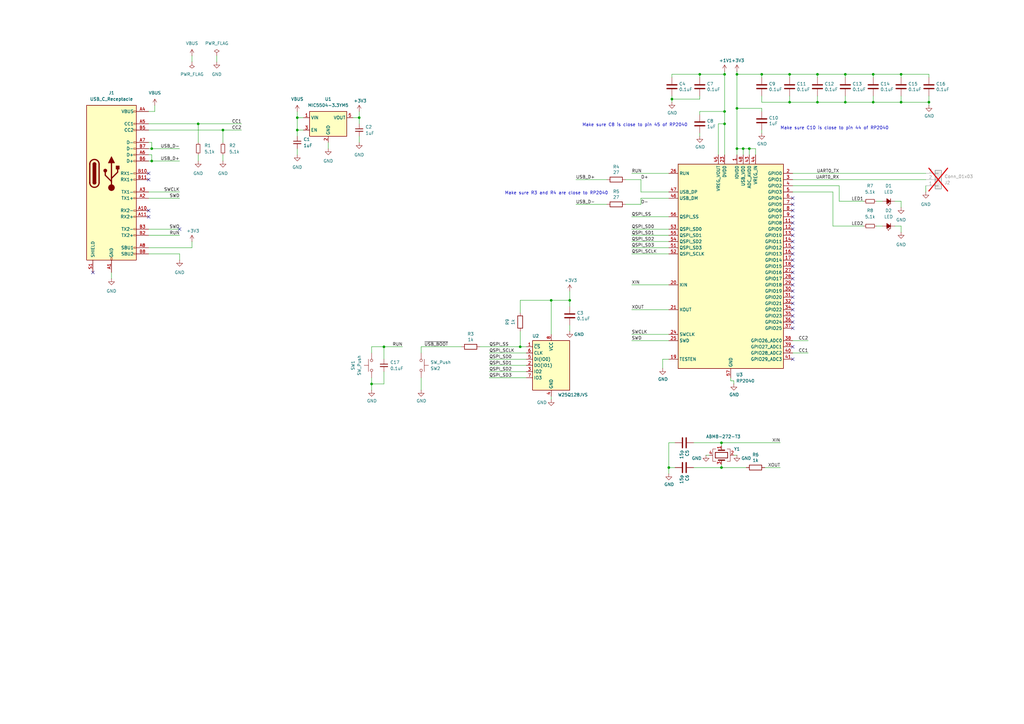
<source format=kicad_sch>
(kicad_sch (version 20231120) (generator "eeschema") (generator_version "8.0")
  (paper "A3")
  (title_block (title "SWD2USBC Sample Target (Basic)") (date "2025-02-19") (rev "v1.2") (company "alvarop.com"))
  (lib_symbols
    (symbol "Connector:USB_C_Receptacle" (pin_names (offset 1.016))
      (property "Reference" "J" (at -10.16 29.21 0))
      (property "Value" "USB_C_Receptacle" (at 10.16 29.21 0))
      (symbol "USB_C_Receptacle_0_0"
        (rectangle (start -0.254 -35.56) (end 0.254 -34.544))
        (rectangle (start 10.16 -32.766) (end 9.144 -33.274))
        (rectangle (start 10.16 -30.226) (end 9.144 -30.734))
        (rectangle (start 10.16 -25.146) (end 9.144 -25.654))
        (rectangle (start 10.16 -22.606) (end 9.144 -23.114))
        (rectangle (start 10.16 -17.526) (end 9.144 -18.034))
        (rectangle (start 10.16 -14.986) (end 9.144 -15.494))
        (rectangle (start 10.16 -9.906) (end 9.144 -10.414))
        (rectangle (start 10.16 -7.366) (end 9.144 -7.874))
        (rectangle (start 10.16 -2.286) (end 9.144 -2.794))
        (rectangle (start 10.16 0.254) (end 9.144 -0.254))
        (rectangle (start 10.16 5.334) (end 9.144 4.826))
        (rectangle (start 10.16 7.874) (end 9.144 7.366))
        (rectangle (start 10.16 10.414) (end 9.144 9.906))
        (rectangle (start 10.16 12.954) (end 9.144 12.446))
        (rectangle (start 10.16 18.034) (end 9.144 17.526))
        (rectangle (start 10.16 20.574) (end 9.144 20.066))
        (rectangle (start 10.16 25.654) (end 9.144 25.146))
      )
      (symbol "USB_C_Receptacle_0_1"
        (rectangle (start -10.16 27.94) (end 10.16 -35.56) (stroke (width 0.254)) (fill (type background)))
        (arc (start -8.89 -3.81) (mid -6.985 -5.7066) (end -5.08 -3.81) (stroke (width 0.508)))
        (arc (start -7.62 -3.81) (mid -6.985 -4.4422) (end -6.35 -3.81) (stroke (width 0.254)))
        (arc (start -7.62 -3.81) (mid -6.985 -4.4422) (end -6.35 -3.81) (stroke (width 0.254)) (fill (type outline)))
        (rectangle (start -7.62 -3.81) (end -6.35 3.81) (stroke (width 0.254)) (fill (type outline)))
        (arc (start -6.35 3.81) (mid -6.985 4.4422) (end -7.62 3.81) (stroke (width 0.254)))
        (arc (start -6.35 3.81) (mid -6.985 4.4422) (end -7.62 3.81) (stroke (width 0.254)) (fill (type outline)))
        (arc (start -5.08 3.81) (mid -6.985 5.7066) (end -8.89 3.81) (stroke (width 0.508)))
        (polyline (pts (xy -8.89 -3.81) (xy -8.89 3.81)) (stroke (width 0.508)))
        (polyline (pts (xy -5.08 3.81) (xy -5.08 -3.81)) (stroke (width 0.508)))
      )
      (symbol "USB_C_Receptacle_1_1"
        (circle (center -2.54 1.143) (radius 0.635) (stroke (width 0.254)) (fill (type outline)))
        (circle (center 0 -5.842) (radius 1.27) (fill (type outline)))
        (polyline (pts (xy 0 -5.842) (xy 0 4.318)) (stroke (width 0.508)))
        (polyline (pts (xy 0 -3.302) (xy -2.54 -0.762) (xy -2.54 0.508)) (stroke (width 0.508)))
        (polyline (pts (xy 0 -2.032) (xy 2.54 0.508) (xy 2.54 1.778)) (stroke (width 0.508)))
        (polyline (pts (xy -1.27 4.318) (xy 0 6.858) (xy 1.27 4.318) (xy -1.27 4.318)) (stroke (width 0.254)) (fill (type outline)))
        (rectangle (start 1.905 1.778) (end 3.175 3.048) (stroke (width 0.254)) (fill (type outline)))
        (pin passive line (at 0 -40.64 90) (length 5.08) (name "GND") (number "A1"))
        (pin bidirectional line (at 15.24 -15.24 180) (length 5.08) (name "RX2-") (number "A10"))
        (pin bidirectional line (at 15.24 -17.78 180) (length 5.08) (name "RX2+") (number "A11"))
        (pin passive line (at 0 -40.64 90) (length 5.08) hide (name "GND") (number "A12"))
        (pin bidirectional line (at 15.24 -10.16 180) (length 5.08) (name "TX1+") (number "A2"))
        (pin bidirectional line (at 15.24 -7.62 180) (length 5.08) (name "TX1-") (number "A3"))
        (pin passive line (at 15.24 25.4 180) (length 5.08) (name "VBUS") (number "A4"))
        (pin bidirectional line (at 15.24 20.32 180) (length 5.08) (name "CC1") (number "A5"))
        (pin bidirectional line (at 15.24 7.62 180) (length 5.08) (name "D+") (number "A6"))
        (pin bidirectional line (at 15.24 12.7 180) (length 5.08) (name "D-") (number "A7"))
        (pin bidirectional line (at 15.24 -30.48 180) (length 5.08) (name "SBU1") (number "A8"))
        (pin passive line (at 15.24 25.4 180) (length 5.08) hide (name "VBUS") (number "A9"))
        (pin passive line (at 0 -40.64 90) (length 5.08) hide (name "GND") (number "B1"))
        (pin bidirectional line (at 15.24 0 180) (length 5.08) (name "RX1-") (number "B10"))
        (pin bidirectional line (at 15.24 -2.54 180) (length 5.08) (name "RX1+") (number "B11"))
        (pin passive line (at 0 -40.64 90) (length 5.08) hide (name "GND") (number "B12"))
        (pin bidirectional line (at 15.24 -25.4 180) (length 5.08) (name "TX2+") (number "B2"))
        (pin bidirectional line (at 15.24 -22.86 180) (length 5.08) (name "TX2-") (number "B3"))
        (pin passive line (at 15.24 25.4 180) (length 5.08) hide (name "VBUS") (number "B4"))
        (pin bidirectional line (at 15.24 17.78 180) (length 5.08) (name "CC2") (number "B5"))
        (pin bidirectional line (at 15.24 5.08 180) (length 5.08) (name "D+") (number "B6"))
        (pin bidirectional line (at 15.24 10.16 180) (length 5.08) (name "D-") (number "B7"))
        (pin bidirectional line (at 15.24 -33.02 180) (length 5.08) (name "SBU2") (number "B8"))
        (pin passive line (at 15.24 25.4 180) (length 5.08) hide (name "VBUS") (number "B9"))
        (pin passive line (at -7.62 -40.64 90) (length 5.08) (name "SHIELD") (number "S1"))
      )
    )
    (symbol "Connector_Generic:Conn_01x03" (pin_names (offset 1.016) hide)
      (property "Reference" "J" (at 0 5.08 0))
      (property "Value" "Conn_01x03" (at 0 -5.08 0))
      (symbol "Conn_01x03_1_1"
        (rectangle (start -1.27 -2.413) (end 0 -2.667) (stroke (width 0.1524)))
        (rectangle (start -1.27 0.127) (end 0 -0.127) (stroke (width 0.1524)))
        (rectangle (start -1.27 2.667) (end 0 2.413) (stroke (width 0.1524)))
        (rectangle (start -1.27 3.81) (end 1.27 -3.81) (stroke (width 0.254)) (fill (type background)))
        (pin passive line (at -5.08 2.54 0) (length 3.81) (name "Pin_1") (number "1"))
        (pin passive line (at -5.08 0 0) (length 3.81) (name "Pin_2") (number "2"))
        (pin passive line (at -5.08 -2.54 0) (length 3.81) (name "Pin_3") (number "3"))
      )
    )
    (symbol "Device:C" (pin_numbers hide) (pin_names (offset 0.254))
      (property "Reference" "C" (at 0.635 2.54 0))
      (property "Value" "C" (at 0.635 -2.54 0))
      (symbol "C_0_1"
        (polyline (pts (xy -2.032 -0.762) (xy 2.032 -0.762)) (stroke (width 0.508)))
        (polyline (pts (xy -2.032 0.762) (xy 2.032 0.762)) (stroke (width 0.508)))
      )
      (symbol "C_1_1"
        (pin passive line (at 0 3.81 270) (length 2.794) (name "~") (number "1"))
        (pin passive line (at 0 -3.81 90) (length 2.794) (name "~") (number "2"))
      )
    )
    (symbol "Device:C_Small" (pin_numbers hide) (pin_names (offset 0.254) hide)
      (property "Reference" "C" (at 0.254 1.778 0))
      (property "Value" "C_Small" (at 0.254 -2.032 0))
      (symbol "C_Small_0_1"
        (polyline (pts (xy -1.524 -0.508) (xy 1.524 -0.508)) (stroke (width 0.3302)))
        (polyline (pts (xy -1.524 0.508) (xy 1.524 0.508)) (stroke (width 0.3048)))
      )
      (symbol "C_Small_1_1"
        (pin passive line (at 0 2.54 270) (length 2.032) (name "~") (number "1"))
        (pin passive line (at 0 -2.54 90) (length 2.032) (name "~") (number "2"))
      )
    )
    (symbol "Device:Crystal_GND24" (pin_names (offset 1.016) hide)
      (property "Reference" "Y" (at 3.175 5.08 0))
      (property "Value" "Crystal_GND24" (at 3.175 3.175 0))
      (symbol "Crystal_GND24_0_1"
        (rectangle (start -1.143 2.54) (end 1.143 -2.54) (stroke (width 0.3048)))
        (polyline (pts (xy -2.54 0) (xy -2.032 0)))
        (polyline (pts (xy -2.032 -1.27) (xy -2.032 1.27)) (stroke (width 0.508)))
        (polyline (pts (xy 0 -3.81) (xy 0 -3.556)))
        (polyline (pts (xy 0 3.556) (xy 0 3.81)))
        (polyline (pts (xy 2.032 -1.27) (xy 2.032 1.27)) (stroke (width 0.508)))
        (polyline (pts (xy 2.032 0) (xy 2.54 0)))
        (polyline (pts (xy -2.54 -2.286) (xy -2.54 -3.556) (xy 2.54 -3.556) (xy 2.54 -2.286)))
        (polyline (pts (xy -2.54 2.286) (xy -2.54 3.556) (xy 2.54 3.556) (xy 2.54 2.286)))
      )
      (symbol "Crystal_GND24_1_1"
        (pin passive line (at -3.81 0 0) (length 1.27) (name "1") (number "1"))
        (pin passive line (at 0 5.08 270) (length 1.27) (name "2") (number "2"))
        (pin passive line (at 3.81 0 180) (length 1.27) (name "3") (number "3"))
        (pin passive line (at 0 -5.08 90) (length 1.27) (name "4") (number "4"))
      )
    )
    (symbol "Device:LED_Small_Filled" (pin_numbers hide) (pin_names (offset 0.254) hide)
      (property "Reference" "D" (at -1.27 3.175 0))
      (property "Value" "LED_Small_Filled" (at -4.445 -2.54 0))
      (symbol "LED_Small_Filled_0_1"
        (polyline (pts (xy -0.762 -1.016) (xy -0.762 1.016)) (stroke (width 0.254)))
        (polyline (pts (xy 1.016 0) (xy -0.762 0)))
        (polyline (pts (xy 0.762 -1.016) (xy -0.762 0) (xy 0.762 1.016) (xy 0.762 -1.016)) (stroke (width 0.254)) (fill (type outline)))
        (polyline (pts (xy 0 0.762) (xy -0.508 1.27) (xy -0.254 1.27) (xy -0.508 1.27) (xy -0.508 1.016)))
        (polyline (pts (xy 0.508 1.27) (xy 0 1.778) (xy 0.254 1.778) (xy 0 1.778) (xy 0 1.524)))
      )
      (symbol "LED_Small_Filled_1_1"
        (pin passive line (at -2.54 0 0) (length 1.778) (name "K") (number "1"))
        (pin passive line (at 2.54 0 180) (length 1.778) (name "A") (number "2"))
      )
    )
    (symbol "Device:R" (pin_numbers hide) (pin_names (offset 0))
      (property "Reference" "R" (at 2.032 0 90))
      (property "Value" "R" (at 0 0 90))
      (symbol "R_0_1"
        (rectangle (start -1.016 -2.54) (end 1.016 2.54) (stroke (width 0.254)))
      )
      (symbol "R_1_1"
        (pin passive line (at 0 3.81 270) (length 1.27) (name "~") (number "1"))
        (pin passive line (at 0 -3.81 90) (length 1.27) (name "~") (number "2"))
      )
    )
    (symbol "Device:R_Small" (pin_numbers hide) (pin_names (offset 0.254) hide)
      (property "Reference" "R" (at 0.762 0.508 0))
      (property "Value" "R_Small" (at 0.762 -1.016 0))
      (symbol "R_Small_0_1"
        (rectangle (start -0.762 1.778) (end 0.762 -1.778) (stroke (width 0.2032)))
      )
      (symbol "R_Small_1_1"
        (pin passive line (at 0 2.54 270) (length 0.762) (name "~") (number "1"))
        (pin passive line (at 0 -2.54 90) (length 0.762) (name "~") (number "2"))
      )
    )
    (symbol "MCU_RaspberryPi:RP2040"
      (property "Reference" "U" (at 17.78 45.72 0))
      (property "Value" "RP2040" (at 17.78 43.18 0))
      (symbol "RP2040_0_1"
        (rectangle (start -21.59 41.91) (end 21.59 -41.91) (stroke (width 0.254)) (fill (type background)))
      )
      (symbol "RP2040_1_1"
        (pin power_in line (at 2.54 45.72 270) (length 3.81) (name "IOVDD") (number "1"))
        (pin passive line (at 2.54 45.72 270) (length 3.81) hide (name "IOVDD") (number "10"))
        (pin bidirectional line (at 25.4 17.78 180) (length 3.81) (name "GPIO8") (number "11"))
        (pin bidirectional line (at 25.4 15.24 180) (length 3.81) (name "GPIO9") (number "12"))
        (pin bidirectional line (at 25.4 12.7 180) (length 3.81) (name "GPIO10") (number "13"))
        (pin bidirectional line (at 25.4 10.16 180) (length 3.81) (name "GPIO11") (number "14"))
        (pin bidirectional line (at 25.4 7.62 180) (length 3.81) (name "GPIO12") (number "15"))
        (pin bidirectional line (at 25.4 5.08 180) (length 3.81) (name "GPIO13") (number "16"))
        (pin bidirectional line (at 25.4 2.54 180) (length 3.81) (name "GPIO14") (number "17"))
        (pin bidirectional line (at 25.4 0 180) (length 3.81) (name "GPIO15") (number "18"))
        (pin input line (at -25.4 -38.1 0) (length 3.81) (name "TESTEN") (number "19"))
        (pin bidirectional line (at 25.4 38.1 180) (length 3.81) (name "GPIO0") (number "2"))
        (pin input line (at -25.4 -7.62 0) (length 3.81) (name "XIN") (number "20"))
        (pin passive line (at -25.4 -17.78 0) (length 3.81) (name "XOUT") (number "21"))
        (pin passive line (at 2.54 45.72 270) (length 3.81) hide (name "IOVDD") (number "22"))
        (pin power_in line (at -2.54 45.72 270) (length 3.81) (name "DVDD") (number "23"))
        (pin input line (at -25.4 -27.94 0) (length 3.81) (name "SWCLK") (number "24"))
        (pin bidirectional line (at -25.4 -30.48 0) (length 3.81) (name "SWD") (number "25"))
        (pin input line (at -25.4 38.1 0) (length 3.81) (name "RUN") (number "26"))
        (pin bidirectional line (at 25.4 -2.54 180) (length 3.81) (name "GPIO16") (number "27"))
        (pin bidirectional line (at 25.4 -5.08 180) (length 3.81) (name "GPIO17") (number "28"))
        (pin bidirectional line (at 25.4 -7.62 180) (length 3.81) (name "GPIO18") (number "29"))
        (pin bidirectional line (at 25.4 35.56 180) (length 3.81) (name "GPIO1") (number "3"))
        (pin bidirectional line (at 25.4 -10.16 180) (length 3.81) (name "GPIO19") (number "30"))
        (pin bidirectional line (at 25.4 -12.7 180) (length 3.81) (name "GPIO20") (number "31"))
        (pin bidirectional line (at 25.4 -15.24 180) (length 3.81) (name "GPIO21") (number "32"))
        (pin passive line (at 2.54 45.72 270) (length 3.81) hide (name "IOVDD") (number "33"))
        (pin bidirectional line (at 25.4 -17.78 180) (length 3.81) (name "GPIO22") (number "34"))
        (pin bidirectional line (at 25.4 -20.32 180) (length 3.81) (name "GPIO23") (number "35"))
        (pin bidirectional line (at 25.4 -22.86 180) (length 3.81) (name "GPIO24") (number "36"))
        (pin bidirectional line (at 25.4 -25.4 180) (length 3.81) (name "GPIO25") (number "37"))
        (pin bidirectional line (at 25.4 -30.48 180) (length 3.81) (name "GPIO26_ADC0") (number "38"))
        (pin bidirectional line (at 25.4 -33.02 180) (length 3.81) (name "GPIO27_ADC1") (number "39"))
        (pin bidirectional line (at 25.4 33.02 180) (length 3.81) (name "GPIO2") (number "4"))
        (pin bidirectional line (at 25.4 -35.56 180) (length 3.81) (name "GPIO28_ADC2") (number "40"))
        (pin bidirectional line (at 25.4 -38.1 180) (length 3.81) (name "GPIO29_ADC3") (number "41"))
        (pin passive line (at 2.54 45.72 270) (length 3.81) hide (name "IOVDD") (number "42"))
        (pin power_in line (at 7.62 45.72 270) (length 3.81) (name "ADC_AVDD") (number "43"))
        (pin power_in line (at 10.16 45.72 270) (length 3.81) (name "VREG_IN") (number "44"))
        (pin power_out line (at -5.08 45.72 270) (length 3.81) (name "VREG_VOUT") (number "45"))
        (pin bidirectional line (at -25.4 27.94 0) (length 3.81) (name "USB_DM") (number "46"))
        (pin bidirectional line (at -25.4 30.48 0) (length 3.81) (name "USB_DP") (number "47"))
        (pin power_in line (at 5.08 45.72 270) (length 3.81) (name "USB_VDD") (number "48"))
        (pin passive line (at 2.54 45.72 270) (length 3.81) hide (name "IOVDD") (number "49"))
        (pin bidirectional line (at 25.4 30.48 180) (length 3.81) (name "GPIO3") (number "5"))
        (pin passive line (at -2.54 45.72 270) (length 3.81) hide (name "DVDD") (number "50"))
        (pin bidirectional line (at -25.4 7.62 0) (length 3.81) (name "QSPI_SD3") (number "51"))
        (pin output line (at -25.4 5.08 0) (length 3.81) (name "QSPI_SCLK") (number "52"))
        (pin bidirectional line (at -25.4 15.24 0) (length 3.81) (name "QSPI_SD0") (number "53"))
        (pin bidirectional line (at -25.4 10.16 0) (length 3.81) (name "QSPI_SD2") (number "54"))
        (pin bidirectional line (at -25.4 12.7 0) (length 3.81) (name "QSPI_SD1") (number "55"))
        (pin bidirectional line (at -25.4 20.32 0) (length 3.81) (name "QSPI_SS") (number "56"))
        (pin power_in line (at 0 -45.72 90) (length 3.81) (name "GND") (number "57"))
        (pin bidirectional line (at 25.4 27.94 180) (length 3.81) (name "GPIO4") (number "6"))
        (pin bidirectional line (at 25.4 25.4 180) (length 3.81) (name "GPIO5") (number "7"))
        (pin bidirectional line (at 25.4 22.86 180) (length 3.81) (name "GPIO6") (number "8"))
        (pin bidirectional line (at 25.4 20.32 180) (length 3.81) (name "GPIO7") (number "9"))
      )
    )
    (symbol "Memory_Flash:W25Q128JVS"
      (property "Reference" "U" (at -6.35 11.43 0))
      (property "Value" "W25Q128JVS" (at 7.62 11.43 0))
      (symbol "W25Q128JVS_0_1"
        (rectangle (start -7.62 10.16) (end 7.62 -10.16) (stroke (width 0.254)) (fill (type background)))
      )
      (symbol "W25Q128JVS_1_1"
        (pin input line (at -10.16 7.62 0) (length 2.54) (name "~{CS}") (number "1"))
        (pin bidirectional line (at -10.16 0 0) (length 2.54) (name "DO(IO1)") (number "2"))
        (pin bidirectional line (at -10.16 -2.54 0) (length 2.54) (name "IO2") (number "3"))
        (pin power_in line (at 0 -12.7 90) (length 2.54) (name "GND") (number "4"))
        (pin bidirectional line (at -10.16 2.54 0) (length 2.54) (name "DI(IO0)") (number "5"))
        (pin input line (at -10.16 5.08 0) (length 2.54) (name "CLK") (number "6"))
        (pin bidirectional line (at -10.16 -5.08 0) (length 2.54) (name "IO3") (number "7"))
        (pin power_in line (at 0 12.7 270) (length 2.54) (name "VCC") (number "8"))
      )
    )
    (symbol "Regulator_Linear:MIC5504-3.3YM5"
      (property "Reference" "U" (at -7.62 8.89 0))
      (property "Value" "MIC5504-3.3YM5" (at -7.62 6.35 0))
      (symbol "MIC5504-3.3YM5_0_1"
        (rectangle (start -7.62 -5.08) (end 7.62 5.08) (stroke (width 0.254)) (fill (type background)))
      )
      (symbol "MIC5504-3.3YM5_1_1"
        (pin power_in line (at -10.16 2.54 0) (length 2.54) (name "VIN") (number "1"))
        (pin power_in line (at 0 -7.62 90) (length 2.54) (name "GND") (number "2"))
        (pin input line (at -10.16 -2.54 0) (length 2.54) (name "EN") (number "3"))
        (pin no_connect line (at 7.62 -2.54 180) (length 2.54) hide (name "NC") (number "4"))
        (pin power_out line (at 10.16 2.54 180) (length 2.54) (name "VOUT") (number "5"))
      )
    )
    (symbol "Switch:SW_Push" (pin_numbers hide) (pin_names (offset 1.016) hide)
      (property "Reference" "SW" (at 1.27 2.54 0))
      (property "Value" "SW_Push" (at 0 -1.524 0))
      (symbol "SW_Push_0_1"
        (circle (center -2.032 0) (radius 0.508))
        (polyline (pts (xy 0 1.27) (xy 0 3.048)))
        (polyline (pts (xy 2.54 1.27) (xy -2.54 1.27)))
        (circle (center 2.032 0) (radius 0.508))
        (pin passive line (at -5.08 0 0) (length 2.54) (name "1") (number "1"))
        (pin passive line (at 5.08 0 180) (length 2.54) (name "2") (number "2"))
      )
    )
    (symbol "power:+1V1" (power) (pin_numbers hide) (pin_names (offset 0) hide)
      (property "Value" "+1V1" (at 0 3.556 0))
      (symbol "+1V1_0_1"
        (polyline (pts (xy -0.762 1.27) (xy 0 2.54)))
        (polyline (pts (xy 0 0) (xy 0 2.54)))
        (polyline (pts (xy 0 2.54) (xy 0.762 1.27)))
      )
      (symbol "+1V1_1_1"
        (pin power_in line (at 0 0 90) (length 0) (name "~") (number "1"))
      )
    )
    (symbol "power:+3V3" (power) (pin_numbers hide) (pin_names (offset 0) hide)
      (property "Value" "+3V3" (at 0 3.556 0))
      (symbol "+3V3_0_1"
        (polyline (pts (xy -0.762 1.27) (xy 0 2.54)))
        (polyline (pts (xy 0 0) (xy 0 2.54)))
        (polyline (pts (xy 0 2.54) (xy 0.762 1.27)))
      )
      (symbol "+3V3_1_1"
        (pin power_in line (at 0 0 90) (length 0) (name "~") (number "1"))
      )
    )
    (symbol "power:GND" (power) (pin_numbers hide) (pin_names (offset 0) hide)
      (property "Value" "GND" (at 0 -3.81 0))
      (symbol "GND_0_1"
        (polyline (pts (xy 0 0) (xy 0 -1.27) (xy 1.27 -1.27) (xy 0 -2.54) (xy -1.27 -1.27) (xy 0 -1.27)))
      )
      (symbol "GND_1_1"
        (pin power_in line (at 0 0 270) (length 0) (name "~") (number "1"))
      )
    )
    (symbol "power:PWR_FLAG" (power) (pin_numbers hide) (pin_names (offset 0) hide)
      (property "Value" "PWR_FLAG" (at 0 3.81 0))
      (symbol "PWR_FLAG_0_0"
        (pin power_out line (at 0 0 90) (length 0) (name "~") (number "1"))
      )
      (symbol "PWR_FLAG_0_1"
        (polyline (pts (xy 0 0) (xy 0 1.27) (xy -1.016 1.905) (xy 0 2.54) (xy 1.016 1.905) (xy 0 1.27)))
      )
    )
    (symbol "power:VBUS" (power) (pin_numbers hide) (pin_names (offset 0) hide)
      (property "Value" "VBUS" (at 0 3.556 0))
      (symbol "VBUS_0_1"
        (polyline (pts (xy -0.762 1.27) (xy 0 2.54)))
        (polyline (pts (xy 0 0) (xy 0 2.54)))
        (polyline (pts (xy 0 2.54) (xy 0.762 1.27)))
      )
      (symbol "VBUS_1_1"
        (pin power_in line (at 0 0 90) (length 0) (name "~") (number "1"))
      )
    )
  )
  (junction (at 147.32 48.26))
  (junction (at 304.8 60.96))
  (junction (at 346.71 41.91))
  (junction (at 287.02 30.48))
  (junction (at 157.48 142.24))
  (junction (at 312.42 30.48))
  (junction (at 369.57 41.91))
  (junction (at 307.34 60.96))
  (junction (at 295.91 181.61))
  (junction (at 297.18 45.72))
  (junction (at 121.92 53.34))
  (junction (at 358.14 41.91))
  (junction (at 302.26 44.45))
  (junction (at 274.32 191.77))
  (junction (at 302.26 30.48))
  (junction (at 297.18 30.48))
  (junction (at 275.59 40.64))
  (junction (at 323.85 41.91))
  (junction (at 335.28 30.48))
  (junction (at 335.28 41.91))
  (junction (at 295.91 191.77))
  (junction (at 152.4 157.48))
  (junction (at 358.14 30.48))
  (junction (at 323.85 30.48))
  (junction (at 62.23 60.96))
  (junction (at 81.28 50.8))
  (junction (at 213.36 142.24))
  (junction (at 346.71 30.48))
  (junction (at 297.18 50.8))
  (junction (at 381 41.91))
  (junction (at 91.44 53.34))
  (junction (at 226.06 123.19))
  (junction (at 233.68 123.19))
  (junction (at 302.26 60.96))
  (junction (at 121.92 48.26))
  (junction (at 369.57 30.48))
  (junction (at 62.23 66.04))
  (no_connect (at 325.12 96.52))
  (no_connect (at 325.12 147.32))
  (no_connect (at 60.96 73.66))
  (no_connect (at 325.12 142.24))
  (no_connect (at 38.1 111.76))
  (no_connect (at 325.12 81.28))
  (no_connect (at 325.12 83.82))
  (no_connect (at 325.12 104.14))
  (no_connect (at 325.12 91.44))
  (no_connect (at 325.12 88.9))
  (no_connect (at 325.12 124.46))
  (no_connect (at 325.12 129.54))
  (no_connect (at 325.12 101.6))
  (no_connect (at 325.12 111.76))
  (no_connect (at 325.12 119.38))
  (no_connect (at 325.12 106.68))
  (no_connect (at 325.12 99.06))
  (no_connect (at 325.12 109.22))
  (no_connect (at 325.12 134.62))
  (no_connect (at 60.96 71.12))
  (no_connect (at 325.12 93.98))
  (no_connect (at 60.96 88.9))
  (no_connect (at 325.12 121.92))
  (no_connect (at 325.12 127))
  (no_connect (at 60.96 86.36))
  (no_connect (at 325.12 114.3))
  (no_connect (at 325.12 116.84))
  (no_connect (at 325.12 132.08))
  (no_connect (at 73.66 93.98))
  (no_connect (at 325.12 86.36))
  (wire (pts (xy 262.89 83.82) (xy 262.89 81.28)))
  (wire (pts (xy 346.71 39.37) (xy 346.71 41.91)))
  (wire (pts (xy 60.96 50.8) (xy 81.28 50.8)))
  (wire (pts (xy 312.42 30.48) (xy 323.85 30.48)))
  (wire (pts (xy 226.06 163.83) (xy 226.06 162.56)))
  (wire (pts (xy 369.57 39.37) (xy 369.57 41.91)))
  (wire (pts (xy 369.57 41.91) (xy 381 41.91)))
  (wire (pts (xy 302.26 44.45) (xy 312.42 44.45)))
  (wire (pts (xy 312.42 45.72) (xy 312.42 44.45)))
  (wire (pts (xy 276.86 181.61) (xy 274.32 181.61)))
  (wire (pts (xy 299.72 156.21) (xy 300.99 156.21)))
  (wire (pts (xy 369.57 92.71) (xy 369.57 95.25)))
  (wire (pts (xy 262.89 73.66) (xy 262.89 78.74)))
  (wire (pts (xy 262.89 83.82) (xy 256.54 83.82)))
  (wire (pts (xy 312.42 53.34) (xy 312.42 54.61)))
  (wire (pts (xy 358.14 39.37) (xy 358.14 41.91)))
  (wire (pts (xy 226.06 123.19) (xy 226.06 137.16)))
  (wire (pts (xy 213.36 135.89) (xy 213.36 142.24)))
  (wire (pts (xy 359.41 92.71) (xy 361.95 92.71)))
  (wire (pts (xy 275.59 30.48) (xy 287.02 30.48)))
  (wire (pts (xy 358.14 30.48) (xy 369.57 30.48)))
  (wire (pts (xy 302.26 30.48) (xy 312.42 30.48)))
  (wire (pts (xy 295.91 191.77) (xy 306.07 191.77)))
  (wire (pts (xy 276.86 191.77) (xy 274.32 191.77)))
  (wire (pts (xy 62.23 60.96) (xy 73.66 60.96)))
  (wire (pts (xy 60.96 101.6) (xy 78.74 101.6)))
  (wire (pts (xy 369.57 82.55) (xy 369.57 85.09)))
  (wire (pts (xy 62.23 63.5) (xy 62.23 66.04)))
  (wire (pts (xy 295.91 190.5) (xy 295.91 191.77)))
  (wire (pts (xy 275.59 39.37) (xy 275.59 40.64)))
  (wire (pts (xy 275.59 31.75) (xy 275.59 30.48)))
  (wire (pts (xy 294.64 50.8) (xy 294.64 63.5)))
  (wire (pts (xy 312.42 31.75) (xy 312.42 30.48)))
  (wire (pts (xy 236.22 73.66) (xy 248.92 73.66)))
  (wire (pts (xy 341.63 92.71) (xy 354.33 92.71)))
  (wire (pts (xy 172.72 142.24) (xy 189.23 142.24)))
  (wire (pts (xy 284.48 181.61) (xy 295.91 181.61)))
  (wire (pts (xy 262.89 81.28) (xy 274.32 81.28)))
  (wire (pts (xy 262.89 73.66) (xy 256.54 73.66)))
  (wire (pts (xy 271.78 147.32) (xy 271.78 151.13)))
  (wire (pts (xy 287.02 54.61) (xy 287.02 55.88)))
  (wire (pts (xy 287.02 46.99) (xy 287.02 45.72)))
  (wire (pts (xy 275.59 40.64) (xy 287.02 40.64)))
  (wire (pts (xy 359.41 82.55) (xy 361.95 82.55)))
  (wire (pts (xy 284.48 191.77) (xy 295.91 191.77)))
  (wire (pts (xy 215.9 149.86) (xy 200.66 149.86)))
  (wire (pts (xy 121.92 60.96) (xy 121.92 63.5)))
  (wire (pts (xy 325.12 71.12) (xy 379.73 71.12)))
  (wire (pts (xy 381 31.75) (xy 381 30.48)))
  (wire (pts (xy 60.96 96.52) (xy 73.66 96.52)))
  (wire (pts (xy 297.18 30.48) (xy 297.18 45.72)))
  (wire (pts (xy 274.32 191.77) (xy 274.32 194.31)))
  (wire (pts (xy 297.18 45.72) (xy 297.18 50.8)))
  (wire (pts (xy 294.64 50.8) (xy 297.18 50.8)))
  (wire (pts (xy 335.28 39.37) (xy 335.28 41.91)))
  (wire (pts (xy 262.89 78.74) (xy 274.32 78.74)))
  (wire (pts (xy 297.18 50.8) (xy 297.18 63.5)))
  (wire (pts (xy 259.08 104.14) (xy 274.32 104.14)))
  (wire (pts (xy 302.26 44.45) (xy 302.26 60.96)))
  (wire (pts (xy 302.26 30.48) (xy 302.26 44.45)))
  (wire (pts (xy 78.74 22.86) (xy 78.74 25.4)))
  (wire (pts (xy 313.69 191.77) (xy 320.04 191.77)))
  (wire (pts (xy 172.72 154.94) (xy 172.72 160.02)))
  (wire (pts (xy 367.03 82.55) (xy 369.57 82.55)))
  (wire (pts (xy 60.96 93.98) (xy 73.66 93.98)))
  (wire (pts (xy 274.32 181.61) (xy 274.32 191.77)))
  (wire (pts (xy 325.12 139.7) (xy 331.47 139.7)))
  (wire (pts (xy 259.08 116.84) (xy 274.32 116.84)))
  (wire (pts (xy 78.74 99.06) (xy 78.74 101.6)))
  (wire (pts (xy 309.88 63.5) (xy 309.88 60.96)))
  (wire (pts (xy 88.9 22.86) (xy 88.9 25.4)))
  (wire (pts (xy 91.44 63.5) (xy 91.44 66.04)))
  (wire (pts (xy 300.99 156.21) (xy 300.99 157.48)))
  (wire (pts (xy 274.32 139.7) (xy 259.08 139.7)))
  (wire (pts (xy 259.08 99.06) (xy 274.32 99.06)))
  (wire (pts (xy 152.4 157.48) (xy 152.4 160.02)))
  (wire (pts (xy 346.71 41.91) (xy 335.28 41.91)))
  (wire (pts (xy 287.02 40.64) (xy 287.02 39.37)))
  (wire (pts (xy 152.4 154.94) (xy 152.4 157.48)))
  (wire (pts (xy 60.96 53.34) (xy 91.44 53.34)))
  (wire (pts (xy 309.88 60.96) (xy 307.34 60.96)))
  (wire (pts (xy 134.62 58.42) (xy 134.62 60.96)))
  (wire (pts (xy 346.71 30.48) (xy 358.14 30.48)))
  (wire (pts (xy 60.96 104.14) (xy 73.66 104.14)))
  (wire (pts (xy 200.66 144.78) (xy 215.9 144.78)))
  (wire (pts (xy 259.08 137.16) (xy 274.32 137.16)))
  (wire (pts (xy 325.12 144.78) (xy 331.47 144.78)))
  (wire (pts (xy 81.28 50.8) (xy 99.06 50.8)))
  (wire (pts (xy 121.92 53.34) (xy 121.92 48.26)))
  (wire (pts (xy 271.78 147.32) (xy 274.32 147.32)))
  (wire (pts (xy 335.28 31.75) (xy 335.28 30.48)))
  (wire (pts (xy 157.48 152.4) (xy 157.48 157.48)))
  (wire (pts (xy 307.34 60.96) (xy 307.34 63.5)))
  (wire (pts (xy 295.91 181.61) (xy 320.04 181.61)))
  (wire (pts (xy 300.99 186.69) (xy 302.26 186.69)))
  (wire (pts (xy 62.23 60.96) (xy 60.96 60.96)))
  (wire (pts (xy 213.36 123.19) (xy 226.06 123.19)))
  (wire (pts (xy 259.08 127) (xy 274.32 127)))
  (wire (pts (xy 152.4 142.24) (xy 157.48 142.24)))
  (wire (pts (xy 312.42 39.37) (xy 312.42 41.91)))
  (wire (pts (xy 304.8 60.96) (xy 304.8 63.5)))
  (wire (pts (xy 287.02 30.48) (xy 297.18 30.48)))
  (wire (pts (xy 259.08 96.52) (xy 274.32 96.52)))
  (wire (pts (xy 299.72 154.94) (xy 299.72 156.21)))
  (wire (pts (xy 91.44 53.34) (xy 91.44 58.42)))
  (wire (pts (xy 325.12 76.2) (xy 344.17 76.2)))
  (wire (pts (xy 381 41.91) (xy 381 43.18)))
  (wire (pts (xy 302.26 29.21) (xy 302.26 30.48)))
  (wire (pts (xy 287.02 45.72) (xy 297.18 45.72)))
  (wire (pts (xy 213.36 128.27) (xy 213.36 123.19)))
  (wire (pts (xy 341.63 78.74) (xy 341.63 92.71)))
  (wire (pts (xy 323.85 31.75) (xy 323.85 30.48)))
  (wire (pts (xy 367.03 92.71) (xy 369.57 92.71)))
  (wire (pts (xy 259.08 101.6) (xy 274.32 101.6)))
  (wire (pts (xy 147.32 48.26) (xy 147.32 50.8)))
  (wire (pts (xy 196.85 142.24) (xy 213.36 142.24)))
  (wire (pts (xy 60.96 63.5) (xy 62.23 63.5)))
  (wire (pts (xy 325.12 73.66) (xy 379.73 73.66)))
  (wire (pts (xy 307.34 60.96) (xy 304.8 60.96)))
  (wire (pts (xy 295.91 182.88) (xy 295.91 181.61)))
  (wire (pts (xy 81.28 50.8) (xy 81.28 58.42)))
  (wire (pts (xy 369.57 31.75) (xy 369.57 30.48)))
  (wire (pts (xy 381 39.37) (xy 381 41.91)))
  (wire (pts (xy 152.4 144.78) (xy 152.4 142.24)))
  (wire (pts (xy 233.68 119.38) (xy 233.68 123.19)))
  (wire (pts (xy 215.9 154.94) (xy 200.66 154.94)))
  (wire (pts (xy 248.92 83.82) (xy 236.22 83.82)))
  (wire (pts (xy 369.57 41.91) (xy 358.14 41.91)))
  (wire (pts (xy 121.92 45.72) (xy 121.92 48.26)))
  (wire (pts (xy 233.68 123.19) (xy 233.68 125.73)))
  (wire (pts (xy 259.08 88.9) (xy 274.32 88.9)))
  (wire (pts (xy 157.48 142.24) (xy 157.48 147.32)))
  (wire (pts (xy 233.68 133.35) (xy 233.68 135.89)))
  (wire (pts (xy 323.85 41.91) (xy 312.42 41.91)))
  (wire (pts (xy 60.96 78.74) (xy 73.66 78.74)))
  (wire (pts (xy 157.48 142.24) (xy 165.1 142.24)))
  (wire (pts (xy 304.8 60.96) (xy 302.26 60.96)))
  (wire (pts (xy 259.08 71.12) (xy 274.32 71.12)))
  (wire (pts (xy 91.44 53.34) (xy 99.06 53.34)))
  (wire (pts (xy 73.66 104.14) (xy 73.66 106.68)))
  (wire (pts (xy 233.68 123.19) (xy 226.06 123.19)))
  (wire (pts (xy 297.18 29.21) (xy 297.18 30.48)))
  (wire (pts (xy 344.17 82.55) (xy 354.33 82.55)))
  (wire (pts (xy 63.5 45.72) (xy 60.96 45.72)))
  (wire (pts (xy 60.96 81.28) (xy 73.66 81.28)))
  (wire (pts (xy 45.72 111.76) (xy 45.72 114.3)))
  (wire (pts (xy 289.56 186.69) (xy 290.83 186.69)))
  (wire (pts (xy 172.72 142.24) (xy 172.72 144.78)))
  (wire (pts (xy 124.46 53.34) (xy 121.92 53.34)))
  (wire (pts (xy 152.4 157.48) (xy 157.48 157.48)))
  (wire (pts (xy 358.14 41.91) (xy 346.71 41.91)))
  (wire (pts (xy 147.32 45.72) (xy 147.32 48.26)))
  (wire (pts (xy 63.5 43.18) (xy 63.5 45.72)))
  (wire (pts (xy 344.17 76.2) (xy 344.17 82.55)))
  (wire (pts (xy 60.96 66.04) (xy 62.23 66.04)))
  (wire (pts (xy 346.71 31.75) (xy 346.71 30.48)))
  (wire (pts (xy 379.73 78.74) (xy 379.73 76.2)))
  (wire (pts (xy 147.32 48.26) (xy 144.78 48.26)))
  (wire (pts (xy 121.92 53.34) (xy 121.92 55.88)))
  (wire (pts (xy 335.28 41.91) (xy 323.85 41.91)))
  (wire (pts (xy 358.14 31.75) (xy 358.14 30.48)))
  (wire (pts (xy 335.28 30.48) (xy 346.71 30.48)))
  (wire (pts (xy 369.57 30.48) (xy 381 30.48)))
  (wire (pts (xy 323.85 30.48) (xy 335.28 30.48)))
  (wire (pts (xy 147.32 55.88) (xy 147.32 58.42)))
  (wire (pts (xy 259.08 93.98) (xy 274.32 93.98)))
  (wire (pts (xy 62.23 58.42) (xy 62.23 60.96)))
  (wire (pts (xy 323.85 39.37) (xy 323.85 41.91)))
  (wire (pts (xy 275.59 40.64) (xy 275.59 41.91)))
  (wire (pts (xy 62.23 66.04) (xy 73.66 66.04)))
  (wire (pts (xy 325.12 78.74) (xy 341.63 78.74)))
  (wire (pts (xy 215.9 152.4) (xy 200.66 152.4)))
  (wire (pts (xy 302.26 60.96) (xy 302.26 63.5)))
  (wire (pts (xy 81.28 63.5) (xy 81.28 66.04)))
  (wire (pts (xy 121.92 48.26) (xy 124.46 48.26)))
  (wire (pts (xy 213.36 142.24) (xy 215.9 142.24)))
  (wire (pts (xy 287.02 31.75) (xy 287.02 30.48)))
  (wire (pts (xy 60.96 58.42) (xy 62.23 58.42)))
  (wire (pts (xy 215.9 147.32) (xy 200.66 147.32)))
  (text "Make sure C10 is close to pin 44 of RP2040" (at 320.04 53.34 0) (effects (font (size 1.27 1.27)) (justify left bottom)))
  (text "Make sure C8 is close to pin 45 of RP2040" (at 238.76 52.07 0) (effects (font (size 1.27 1.27)) (justify left bottom)))
  (text "Make sure R3 and R4 are close to RP2040" (at 249.428 80.01 0) (effects (font (size 1.27 1.27)) (justify right bottom)))
  (label "QSPI_SD3" (at 259.08 101.6 0))
  (label "CC2" (at 99.06 53.34 180))
  (label "SWD" (at 259.08 139.7 0))
  (label "USB_D+" (at 236.22 73.66 0))
  (label "QSPI_SS" (at 259.08 88.9 0))
  (label "CC1" (at 99.06 50.8 180))
  (label "QSPI_SD0" (at 259.08 93.98 0))
  (label "USB_D+" (at 73.66 66.04 180))
  (label "USB_D-" (at 73.66 60.96 180))
  (label "RUN" (at 259.08 71.12 0))
  (label "XIN" (at 259.08 116.84 0))
  (label "~{USB_BOOT}" (at 173.99 142.24 0))
  (label "QSPI_SD3" (at 200.66 154.94 0))
  (label "QSPI_SCLK" (at 200.66 144.78 0))
  (label "LED2" (at 349.25 92.71 0))
  (label "XOUT" (at 259.08 127 0))
  (label "UART0_TX" (at 344.17 71.12 180))
  (label "SWD" (at 73.66 81.28 180))
  (label "CC2" (at 331.47 139.7 180))
  (label "QSPI_SD2" (at 259.08 99.06 0))
  (label "UART0_RX" (at 344.17 73.66 180))
  (label "RUN" (at 165.1 142.24 180))
  (label "LED1" (at 349.25 82.55 0))
  (label "D-" (at 262.89 83.82 0))
  (label "SWCLK" (at 73.66 78.74 180))
  (label "SWO" (at 73.66 93.98 180))
  (label "XOUT" (at 320.04 191.77 180))
  (label "D+" (at 262.89 73.66 0))
  (label "SWCLK" (at 259.08 137.16 0))
  (label "QSPI_SD1" (at 200.66 149.86 0))
  (label "CC1" (at 331.47 144.78 180))
  (label "QSPI_SS" (at 200.66 142.24 0))
  (label "USB_D-" (at 236.22 83.82 0))
  (label "QSPI_SD1" (at 259.08 96.52 0))
  (label "XIN" (at 320.04 181.61 180))
  (label "QSPI_SD2" (at 200.66 152.4 0))
  (label "RUN" (at 73.66 96.52 180))
  (label "QSPI_SD0" (at 200.66 147.32 0))
  (label "QSPI_SCLK" (at 259.08 104.14 0))
  (symbol (lib_id "Device:C") (at 312.42 49.53 0) (unit 1)
    (property "Reference" "C10" (at 315.341 48.3616 0) (effects (justify left)))
    (property "Value" "1uF" (at 315.341 50.673 0) (effects (justify left)))
    (property "Footprint" "Capacitor_SMD:C_0402_1005Metric" (effects (hide yes)))
    (property "LCSC" "C52923" (effects (hide yes)))
  )
  (symbol (lib_id "Device:C") (at 275.59 35.56 0) (unit 1)
    (property "Reference" "C4" (at 278.511 34.3916 0) (effects (justify left)))
    (property "Value" "0.1uF" (at 278.511 36.703 0) (effects (justify left)))
    (property "Footprint" "Capacitor_SMD:C_0402_1005Metric" (effects (hide yes)))
    (property "LCSC" "C307331" (effects (hide yes)))
    (property "MPN" "CL05B104KB54PNC" (effects (hide yes)))
  )
  (symbol (lib_id "Device:C") (at 381 35.56 0) (unit 1)
    (property "Reference" "C16" (at 383.921 34.3916 0) (effects (justify left)))
    (property "Value" "0.1uF" (at 383.921 36.703 0) (effects (justify left)))
    (property "Footprint" "Capacitor_SMD:C_0402_1005Metric" (effects (hide yes)))
    (property "LCSC" "C307331" (effects (hide yes)))
    (property "MPN" "CL05B104KB54PNC" (effects (hide yes)))
  )
  (symbol (lib_id "power:GND") (at 275.59 41.91 0) (unit 1)
    (property "Reference" "#PWR019" (effects (hide yes)))
    (property "Value" "GND" (at 275.717 46.3042 0))
    (property "Description" "Power symbol creates a global label with name \"GND\" , ground" (effects (hide yes)))
  )
  (symbol (lib_id "power:GND") (at 369.57 95.25 0) (unit 1)
    (property "Reference" "#PWR028" (effects (hide yes)))
    (property "Value" "GND" (at 369.57 100.33 0))
    (property "Description" "Power symbol creates a global label with name \"GND\" , ground" (effects (hide yes)))
  )
  (symbol (lib_id "Memory_Flash:W25Q128JVS") (at 226.06 149.86 0) (unit 1)
    (property "Reference" "U2" (at 219.71 137.795 0))
    (property "Value" "W25Q128JVS" (at 234.95 161.925 0))
    (property "Footprint" "Package_SO:SOIC-8_5.23x5.23mm_P1.27mm" (effects (hide yes)))
    (property "Datasheet" "https://www.winbond.com/resource-files/w25q128jv_dtr%20revc%2003272018%20plus.pdf" (effects (hide yes)))
    (property "Description" "128Mb Serial Flash Memory, Standard/Dual/Quad SPI, SOIC-8" (effects (hide yes)))
    (property "LCSC" "C97521" (effects (hide yes)))
    (property "MPN" "W25Q128JVS" (effects (hide yes)))
  )
  (symbol (lib_id "Device:R") (at 309.88 191.77 270) (unit 1)
    (property "Reference" "R6" (at 309.88 186.5122 90))
    (property "Value" "1k" (at 309.88 188.8236 90))
    (property "Footprint" "Resistor_SMD:R_0402_1005Metric" (effects (hide yes)))
    (property "LCSC" "C4190" (effects (hide yes)))
  )
  (symbol (lib_id "Device:C_Small") (at 157.48 149.86 0) (unit 1)
    (property "Reference" "C17" (at 160.02 148.5963 0) (effects (justify left)))
    (property "Value" "0.1uF" (at 160.02 151.1363 0) (effects (justify left)))
    (property "Footprint" "Capacitor_SMD:C_0402_1005Metric" (effects (hide yes)))
    (property "MPN" "CL05B104KB54PNC" (effects (hide yes)))
    (property "LCSC" "C307331" (effects (hide yes)))
  )
  (symbol (lib_id "Device:C") (at 287.02 50.8 0) (unit 1)
    (property "Reference" "C8" (at 289.941 49.6316 0) (effects (justify left)))
    (property "Value" "1uF" (at 289.941 51.943 0) (effects (justify left)))
    (property "Footprint" "Capacitor_SMD:C_0402_1005Metric" (effects (hide yes)))
    (property "LCSC" "C52923" (effects (hide yes)))
  )
  (symbol (lib_id "power:GND") (at 287.02 55.88 0) (unit 1)
    (property "Reference" "#PWR020" (effects (hide yes)))
    (property "Value" "GND" (at 287.147 60.2742 0))
    (property "Description" "Power symbol creates a global label with name \"GND\" , ground" (effects (hide yes)))
  )
  (symbol (lib_id "power:GND") (at 73.66 106.68 0) (unit 1)
    (property "Reference" "#PWR03" (effects (hide yes)))
    (property "Value" "GND" (at 73.66 111.76 0))
    (property "Description" "Power symbol creates a global label with name \"GND\" , ground" (effects (hide yes)))
  )
  (symbol (lib_id "Device:C") (at 346.71 35.56 0) (unit 1)
    (property "Reference" "C13" (at 349.631 34.3916 0) (effects (justify left)))
    (property "Value" "0.1uF" (at 349.631 36.703 0) (effects (justify left)))
    (property "Footprint" "Capacitor_SMD:C_0402_1005Metric" (effects (hide yes)))
    (property "LCSC" "C307331" (effects (hide yes)))
    (property "MPN" "CL05B104KB54PNC" (effects (hide yes)))
  )
  (symbol (lib_id "Device:Crystal_GND24") (at 295.91 186.69 270) (unit 1)
    (property "Reference" "Y1" (at 300.99 184.15 90) (effects (justify left)))
    (property "Value" "ABM8-272-T3" (at 289.56 179.07 90) (effects (justify left)))
    (property "Footprint" "Crystal:Crystal_SMD_3225-4Pin_3.2x2.5mm" (effects (hide yes)))
    (property "LCSC" "C20625731" (effects (hide yes)))
    (property "MPN" "ABM8-272-T3" (effects (hide yes)))
  )
  (symbol (lib_id "Device:LED_Small_Filled") (at 364.49 82.55 180) (unit 1)
    (property "Reference" "D1" (at 364.4265 76.2 0))
    (property "Value" "LED" (at 364.4265 78.74 0))
    (property "Footprint" "LED_SMD:LED_0603_1608Metric" (effects (hide yes)))
    (property "LCSC" "C72038" (effects (hide yes)))
  )
  (symbol (lib_id "power:+3V3") (at 78.74 99.06 0) (unit 1)
    (property "Reference" "#PWR05" (effects (hide yes)))
    (property "Value" "+3V3" (at 79.121 94.6658 0))
    (property "Description" "Power symbol creates a global label with name \"+3V3\"" (effects (hide yes)))
  )
  (symbol (lib_id "Device:C") (at 335.28 35.56 0) (unit 1)
    (property "Reference" "C12" (at 338.201 34.3916 0) (effects (justify left)))
    (property "Value" "0.1uF" (at 338.201 36.703 0) (effects (justify left)))
    (property "Footprint" "Capacitor_SMD:C_0402_1005Metric" (effects (hide yes)))
    (property "LCSC" "C307331" (effects (hide yes)))
    (property "MPN" "CL05B104KB54PNC" (effects (hide yes)))
  )
  (symbol (lib_id "Device:R_Small") (at 356.87 82.55 90) (unit 1)
    (property "Reference" "R7" (at 356.87 76.2 90))
    (property "Value" "5.1k" (at 356.87 78.74 90))
    (property "Footprint" "Resistor_SMD:R_0402_1005Metric" (effects (hide yes)))
    (property "LCSC" "C105872" (effects (hide yes)))
  )
  (symbol (lib_id "power:GND") (at 379.73 78.74 0) (unit 1)
    (property "Reference" "#PWR029" (effects (hide yes)))
    (property "Value" "GND" (at 379.73 83.82 0))
    (property "Description" "Power symbol creates a global label with name \"GND\" , ground" (effects (hide yes)))
  )
  (symbol (lib_id "Device:C") (at 358.14 35.56 0) (unit 1)
    (property "Reference" "C14" (at 361.061 34.3916 0) (effects (justify left)))
    (property "Value" "0.1uF" (at 361.061 36.703 0) (effects (justify left)))
    (property "Footprint" "Capacitor_SMD:C_0402_1005Metric" (effects (hide yes)))
    (property "LCSC" "C307331" (effects (hide yes)))
    (property "MPN" "CL05B104KB54PNC" (effects (hide yes)))
  )
  (symbol (lib_id "power:GND") (at 274.32 194.31 0) (unit 1)
    (property "Reference" "#PWR018" (effects (hide yes)))
    (property "Value" "GND" (at 274.447 198.7042 0))
    (property "Description" "Power symbol creates a global label with name \"GND\" , ground" (effects (hide yes)))
  )
  (symbol (lib_id "power:GND") (at 300.99 157.48 0) (unit 1)
    (property "Reference" "#PWR023" (effects (hide yes)))
    (property "Value" "GND" (at 301.117 161.8742 0))
    (property "Description" "Power symbol creates a global label with name \"GND\" , ground" (effects (hide yes)))
  )
  (symbol (lib_id "power:GND") (at 369.57 85.09 0) (unit 1)
    (property "Reference" "#PWR027" (effects (hide yes)))
    (property "Value" "GND" (at 369.57 90.17 0))
    (property "Description" "Power symbol creates a global label with name \"GND\" , ground" (effects (hide yes)))
  )
  (symbol (lib_id "Device:R_Small") (at 91.44 60.96 0) (unit 1)
    (property "Reference" "R2" (at 93.98 59.6899 0) (effects (justify left)))
    (property "Value" "5.1k" (at 93.98 62.2299 0) (effects (justify left)))
    (property "Footprint" "Resistor_SMD:R_0402_1005Metric" (effects (hide yes)))
    (property "LCSC" "C105872" (effects (hide yes)))
  )
  (symbol (lib_id "power:GND") (at 147.32 58.42 0) (unit 1)
    (property "Reference" "#PWR013" (effects (hide yes)))
    (property "Value" "GND" (at 147.32 63.5 0))
    (property "Description" "Power symbol creates a global label with name \"GND\" , ground" (effects (hide yes)))
  )
  (symbol (lib_id "Device:R_Small") (at 356.87 92.71 90) (unit 1)
    (property "Reference" "R8" (at 356.87 86.36 90))
    (property "Value" "5.1k" (at 356.87 88.9 90))
    (property "Footprint" "Resistor_SMD:R_0402_1005Metric" (effects (hide yes)))
    (property "LCSC" "C105872" (effects (hide yes)))
  )
  (symbol (lib_id "Device:R") (at 252.73 83.82 90) (mirror x) (unit 1)
    (property "Reference" "R5" (at 252.73 78.5622 90))
    (property "Value" "27" (at 252.73 80.8736 90))
    (property "Footprint" "Resistor_SMD:R_0402_1005Metric" (effects (hide yes)))
    (property "LCSC" "C137890" (effects (hide yes)))
  )
  (symbol (lib_id "power:GND") (at 312.42 54.61 0) (unit 1)
    (property "Reference" "#PWR026" (effects (hide yes)))
    (property "Value" "GND" (at 312.547 59.0042 0))
    (property "Description" "Power symbol creates a global label with name \"GND\" , ground" (effects (hide yes)))
  )
  (symbol (lib_id "power:GND") (at 152.4 160.02 0) (unit 1)
    (property "Reference" "#PWR031" (effects (hide yes)))
    (property "Value" "GND" (at 152.527 164.4142 0))
  )
  (symbol (lib_id "Device:R") (at 213.36 132.08 0) (unit 1)
    (property "Reference" "R9" (at 208.1022 132.08 90))
    (property "Value" "1k" (at 210.4136 132.08 90))
    (property "Footprint" "Resistor_SMD:R_0402_1005Metric" (effects (hide yes)))
    (property "LCSC" "C4190" (effects (hide yes)))
  )
  (symbol (lib_id "power:GND") (at 134.62 60.96 0) (unit 1)
    (property "Reference" "#PWR011" (effects (hide yes)))
    (property "Value" "GND" (at 134.62 66.04 0))
    (property "Description" "Power symbol creates a global label with name \"GND\" , ground" (effects (hide yes)))
  )
  (symbol (lib_id "power:GND") (at 121.92 63.5 0) (unit 1)
    (property "Reference" "#PWR010" (effects (hide yes)))
    (property "Value" "GND" (at 121.92 68.58 0))
    (property "Description" "Power symbol creates a global label with name \"GND\" , ground" (effects (hide yes)))
  )
  (symbol (lib_id "power:GND") (at 289.56 186.69 0) (unit 1)
    (property "Reference" "#PWR021" (effects (hide yes)))
    (property "Value" "GND" (at 285.75 187.96 0))
    (property "Description" "Power symbol creates a global label with name \"GND\" , ground" (effects (hide yes)))
  )
  (symbol (lib_id "power:GND") (at 226.06 163.83 0) (unit 1)
    (property "Reference" "#PWR014" (effects (hide yes)))
    (property "Value" "GND" (at 222.25 165.1 0))
    (property "Description" "Power symbol creates a global label with name \"GND\" , ground" (effects (hide yes)))
  )
  (symbol (lib_id "Device:C") (at 323.85 35.56 0) (unit 1)
    (property "Reference" "C11" (at 326.771 34.3916 0) (effects (justify left)))
    (property "Value" "0.1uF" (at 326.771 36.703 0) (effects (justify left)))
    (property "Footprint" "Capacitor_SMD:C_0402_1005Metric" (effects (hide yes)))
    (property "LCSC" "C307331" (effects (hide yes)))
    (property "MPN" "CL05B104KB54PNC" (effects (hide yes)))
  )
  (symbol (lib_id "power:PWR_FLAG") (at 88.9 22.86 0) (unit 1)
    (property "Reference" "#FLG02" (effects (hide yes)))
    (property "Value" "PWR_FLAG" (at 88.9 17.78 0))
    (property "Description" "Special symbol for telling ERC where power comes from" (effects (hide yes)))
  )
  (symbol (lib_id "power:VBUS") (at 121.92 45.72 0) (unit 1)
    (property "Reference" "#PWR09" (effects (hide yes)))
    (property "Value" "VBUS" (at 121.92 40.64 0))
    (property "Description" "Power symbol creates a global label with name \"VBUS\"" (effects (hide yes)))
  )
  (symbol (lib_id "power:GND") (at 88.9 25.4 0) (unit 1)
    (property "Reference" "#PWR07" (effects (hide yes)))
    (property "Value" "GND" (at 88.9 30.48 0))
    (property "Description" "Power symbol creates a global label with name \"GND\" , ground" (effects (hide yes)))
  )
  (symbol (lib_id "power:GND") (at 91.44 66.04 0) (unit 1)
    (property "Reference" "#PWR08" (effects (hide yes)))
    (property "Value" "GND" (at 91.44 71.12 0))
    (property "Description" "Power symbol creates a global label with name \"GND\" , ground" (effects (hide yes)))
  )
  (symbol (lib_id "power:GND") (at 233.68 135.89 0) (unit 1)
    (property "Reference" "#PWR016" (effects (hide yes)))
    (property "Value" "GND" (at 237.49 137.16 0))
    (property "Description" "Power symbol creates a global label with name \"GND\" , ground" (effects (hide yes)))
  )
  (symbol (lib_id "power:GND") (at 271.78 151.13 0) (unit 1)
    (property "Reference" "#PWR017" (effects (hide yes)))
    (property "Value" "GND" (at 271.907 155.5242 0))
    (property "Description" "Power symbol creates a global label with name \"GND\" , ground" (effects (hide yes)))
  )
  (symbol (lib_id "power:GND") (at 81.28 66.04 0) (unit 1)
    (property "Reference" "#PWR06" (effects (hide yes)))
    (property "Value" "GND" (at 81.28 71.12 0))
    (property "Description" "Power symbol creates a global label with name \"GND\" , ground" (effects (hide yes)))
  )
  (symbol (lib_id "power:GND") (at 45.72 114.3 0) (unit 1)
    (property "Reference" "#PWR01" (effects (hide yes)))
    (property "Value" "GND" (at 45.72 119.38 0))
    (property "Description" "Power symbol creates a global label with name \"GND\" , ground" (effects (hide yes)))
  )
  (symbol (lib_id "power:GND") (at 302.26 186.69 0) (unit 1)
    (property "Reference" "#PWR025" (effects (hide yes)))
    (property "Value" "GND" (at 306.07 187.96 0))
    (property "Description" "Power symbol creates a global label with name \"GND\" , ground" (effects (hide yes)))
  )
  (symbol (lib_id "Device:C") (at 280.67 191.77 270) (unit 1)
    (property "Reference" "C6" (at 281.8384 194.691 0) (effects (justify left)))
    (property "Value" "15p" (at 279.527 194.691 0) (effects (justify left)))
    (property "Footprint" "Capacitor_SMD:C_0402_1005Metric" (effects (hide yes)))
    (property "LCSC" "C106997" (effects (hide yes)))
  )
  (symbol (lib_id "MCU_RaspberryPi:RP2040") (at 299.72 109.22 0) (unit 1)
    (property "Reference" "U3" (at 301.9141 153.67 0) (effects (justify left)))
    (property "Value" "RP2040" (at 301.9141 156.21 0) (effects (justify left)))
    (property "Footprint" "Package_DFN_QFN:QFN-56-1EP_7x7mm_P0.4mm_EP3.2x3.2mm" (effects (hide yes)))
    (property "Datasheet" "https://datasheets.raspberrypi.com/rp2040/rp2040-datasheet.pdf" (effects (hide yes)))
    (property "Description" "A microcontroller by Raspberry Pi" (effects (hide yes)))
    (property "LCSC" "C2040" (effects (hide yes)))
    (property "MPN" "RP2040" (effects (hide yes)))
  )
  (symbol (lib_id "power:+1V1") (at 297.18 29.21 0) (unit 1)
    (property "Reference" "#PWR022" (effects (hide yes)))
    (property "Value" "+1V1" (at 297.561 24.8158 0))
    (property "Description" "Power symbol creates a global label with name \"+1V1\"" (effects (hide yes)))
  )
  (symbol (lib_id "Connector:USB_C_Receptacle") (at 45.72 71.12 0) (unit 1)
    (property "Reference" "J1" (at 45.72 38.1 0))
    (property "Value" "USB_C_Receptacle" (at 45.72 40.64 0))
    (property "Footprint" "alvarop:UT11113-11602-7H" (effects (hide yes)))
    (property "Datasheet" "https://www.usb.org/sites/default/files/documents/usb_type-c.zip" (effects (hide yes)))
    (property "MPN" "UT11113-11602-7H" (effects (hide yes)))
    (property "LCSC" "C2761408" (effects (hide yes)))
  )
  (symbol (lib_id "power:GND") (at 172.72 160.02 0) (unit 1)
    (property "Reference" "#PWR033" (effects (hide yes)))
    (property "Value" "GND" (at 172.847 164.4142 0))
  )
  (symbol (lib_id "Connector_Generic:Conn_01x03") (at 384.81 73.66 0) (mirror x) (unit 1) (dnp yes)
    (property "Reference" "J2" (at 387.35 74.9301 0) (effects (justify left)))
    (property "Value" "Conn_01x03" (at 387.35 72.3901 0) (effects (justify left)))
    (property "Footprint" "Connector_PinHeader_2.54mm:PinHeader_1x03_P2.54mm_Vertical" (effects (hide yes)))
    (property "Description" "Generic connector, single row, 01x03, script generated (kicad-library-utils/schlib/autogen/connector/)" (effects (hide yes)))
  )
  (symbol (lib_id "power:+3V3") (at 147.32 45.72 0) (unit 1)
    (property "Reference" "#PWR012" (effects (hide yes)))
    (property "Value" "+3V3" (at 147.701 41.3258 0))
    (property "Description" "Power symbol creates a global label with name \"+3V3\"" (effects (hide yes)))
  )
  (symbol (lib_id "Device:R_Small") (at 81.28 60.96 0) (unit 1)
    (property "Reference" "R1" (at 83.82 59.6899 0) (effects (justify left)))
    (property "Value" "5.1k" (at 83.82 62.2299 0) (effects (justify left)))
    (property "Footprint" "Resistor_SMD:R_0402_1005Metric" (effects (hide yes)))
    (property "LCSC" "C105872" (effects (hide yes)))
  )
  (symbol (lib_id "Device:C") (at 233.68 129.54 0) (unit 1)
    (property "Reference" "C3" (at 236.601 128.3716 0) (effects (justify left)))
    (property "Value" "0.1uF" (at 236.601 130.683 0) (effects (justify left)))
    (property "Footprint" "Capacitor_SMD:C_0402_1005Metric" (effects (hide yes)))
    (property "LCSC" "C307331" (effects (hide yes)))
    (property "MPN" "CL05B104KB54PNC" (effects (hide yes)))
  )
  (symbol (lib_id "Switch:SW_Push") (at 172.72 149.86 270) (mirror x) (unit 1)
    (property "Reference" "SW2" (at 176.53 151.13 90) (effects (justify left)))
    (property "Value" "SW_Push" (at 176.53 148.59 90) (effects (justify left)))
    (property "Footprint" "easyeda:SW-SMD_L3.9-W3.0-P4.45" (effects (hide yes)))
    (property "MPN" "SKRKAEE020" (effects (hide yes)))
    (property "LCSC" "C115357" (effects (hide yes)))
  )
  (symbol (lib_id "power:VBUS") (at 78.74 22.86 0) (unit 1)
    (property "Reference" "#PWR04" (effects (hide yes)))
    (property "Value" "VBUS" (at 78.74 17.78 0))
    (property "Description" "Power symbol creates a global label with name \"VBUS\"" (effects (hide yes)))
  )
  (symbol (lib_id "Device:C") (at 280.67 181.61 270) (unit 1)
    (property "Reference" "C5" (at 281.8384 184.531 0) (effects (justify left)))
    (property "Value" "15p" (at 279.527 184.531 0) (effects (justify left)))
    (property "Footprint" "Capacitor_SMD:C_0402_1005Metric" (effects (hide yes)))
    (property "LCSC" "C106997" (effects (hide yes)))
  )
  (symbol (lib_id "Device:C") (at 287.02 35.56 0) (unit 1)
    (property "Reference" "C7" (at 289.941 34.3916 0) (effects (justify left)))
    (property "Value" "0.1uF" (at 289.941 36.703 0) (effects (justify left)))
    (property "Footprint" "Capacitor_SMD:C_0402_1005Metric" (effects (hide yes)))
    (property "LCSC" "C307331" (effects (hide yes)))
    (property "MPN" "CL05B104KB54PNC" (effects (hide yes)))
  )
  (symbol (lib_id "Device:C_Small") (at 121.92 58.42 0) (unit 1)
    (property "Reference" "C1" (at 124.46 57.1562 0) (effects (justify left)))
    (property "Value" "1uF" (at 124.46 59.6962 0) (effects (justify left)))
    (property "Footprint" "Capacitor_SMD:C_0402_1005Metric" (effects (hide yes)))
    (property "LCSC" "C52923" (effects (hide yes)))
  )
  (symbol (lib_id "power:VBUS") (at 63.5 43.18 0) (unit 1)
    (property "Reference" "#PWR02" (effects (hide yes)))
    (property "Value" "VBUS" (at 63.5 38.1 0))
    (property "Description" "Power symbol creates a global label with name \"VBUS\"" (effects (hide yes)))
  )
  (symbol (lib_id "Regulator_Linear:MIC5504-3.3YM5") (at 134.62 50.8 0) (unit 1)
    (property "Reference" "U1" (at 134.62 40.64 0))
    (property "Value" "MIC5504-3.3YM5" (at 134.62 43.18 0))
    (property "Footprint" "Package_TO_SOT_SMD:SOT-23-5" (effects (hide yes)))
    (property "Datasheet" "http://ww1.microchip.com/downloads/en/DeviceDoc/MIC550X.pdf" (effects (hide yes)))
    (property "MPN" "MIC5504-3.3YM5-TR" (effects (hide yes)))
    (property "LCSC" "C41348078" (effects (hide yes)))
  )
  (symbol (lib_id "Device:C_Small") (at 147.32 53.34 0) (unit 1)
    (property "Reference" "C2" (at 149.86 52.0762 0) (effects (justify left)))
    (property "Value" "1uF" (at 149.86 54.6162 0) (effects (justify left)))
    (property "Footprint" "Capacitor_SMD:C_0402_1005Metric" (effects (hide yes)))
    (property "LCSC" "C52923" (effects (hide yes)))
  )
  (symbol (lib_id "Device:R") (at 193.04 142.24 270) (unit 1)
    (property "Reference" "R3" (at 193.04 136.9822 90))
    (property "Value" "1k" (at 193.04 139.2936 90))
    (property "Footprint" "Resistor_SMD:R_0402_1005Metric" (effects (hide yes)))
    (property "LCSC" "C4190" (effects (hide yes)))
  )
  (symbol (lib_id "Device:C") (at 369.57 35.56 0) (unit 1)
    (property "Reference" "C15" (at 372.491 34.3916 0) (effects (justify left)))
    (property "Value" "0.1uF" (at 372.491 36.703 0) (effects (justify left)))
    (property "Footprint" "Capacitor_SMD:C_0402_1005Metric" (effects (hide yes)))
    (property "LCSC" "C307331" (effects (hide yes)))
    (property "MPN" "CL05B104KB54PNC" (effects (hide yes)))
  )
  (symbol (lib_id "Switch:SW_Push") (at 152.4 149.86 90) (unit 1)
    (property "Reference" "SW1" (at 144.78 149.86 0))
    (property "Value" "SW_Push" (at 147.32 149.86 0))
    (property "Footprint" "easyeda:SW-SMD_L3.9-W3.0-P4.45" (effects (hide yes)))
    (property "MPN" "SKRKAEE020" (effects (hide yes)))
    (property "LCSC" "C115357" (effects (hide yes)))
  )
  (symbol (lib_id "power:+3V3") (at 302.26 29.21 0) (unit 1)
    (property "Reference" "#PWR024" (effects (hide yes)))
    (property "Value" "+3V3" (at 302.641 24.8158 0))
    (property "Description" "Power symbol creates a global label with name \"+3V3\"" (effects (hide yes)))
  )
  (symbol (lib_id "power:+3V3") (at 233.68 119.38 0) (unit 1)
    (property "Reference" "#PWR015" (effects (hide yes)))
    (property "Value" "+3V3" (at 234.061 114.9858 0))
    (property "Description" "Power symbol creates a global label with name \"+3V3\"" (effects (hide yes)))
  )
  (symbol (lib_id "power:PWR_FLAG") (at 78.74 25.4 180) (unit 1)
    (property "Reference" "#FLG01" (effects (hide yes)))
    (property "Value" "PWR_FLAG" (at 78.74 30.48 0))
    (property "Description" "Special symbol for telling ERC where power comes from" (effects (hide yes)))
  )
  (symbol (lib_id "Device:LED_Small_Filled") (at 364.49 92.71 180) (unit 1)
    (property "Reference" "D2" (at 364.4265 86.36 0))
    (property "Value" "LED" (at 364.4265 88.9 0))
    (property "Footprint" "LED_SMD:LED_0603_1608Metric" (effects (hide yes)))
    (property "LCSC" "C72038" (effects (hide yes)))
  )
  (symbol (lib_id "power:GND") (at 381 43.18 0) (unit 1)
    (property "Reference" "#PWR030" (effects (hide yes)))
    (property "Value" "GND" (at 381.127 47.5742 0))
    (property "Description" "Power symbol creates a global label with name \"GND\" , ground" (effects (hide yes)))
  )
  (symbol (lib_id "Device:C") (at 312.42 35.56 0) (unit 1)
    (property "Reference" "C9" (at 315.341 34.3916 0) (effects (justify left)))
    (property "Value" "0.1uF" (at 315.341 36.703 0) (effects (justify left)))
    (property "Footprint" "Capacitor_SMD:C_0402_1005Metric" (effects (hide yes)))
    (property "LCSC" "C307331" (effects (hide yes)))
    (property "MPN" "CL05B104KB54PNC" (effects (hide yes)))
  )
  (symbol (lib_id "Device:R") (at 252.73 73.66 90) (mirror x) (unit 1)
    (property "Reference" "R4" (at 252.73 68.4022 90))
    (property "Value" "27" (at 252.73 70.7136 90))
    (property "Footprint" "Resistor_SMD:R_0402_1005Metric" (effects (hide yes)))
    (property "LCSC" "C137890" (effects (hide yes)))
  )
)
</source>
